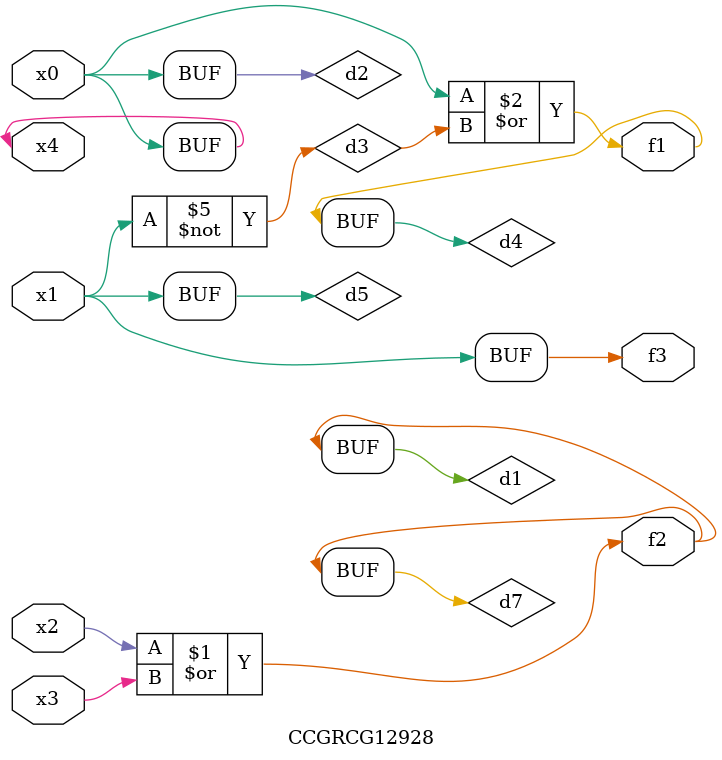
<source format=v>
module CCGRCG12928(
	input x0, x1, x2, x3, x4,
	output f1, f2, f3
);

	wire d1, d2, d3, d4, d5, d6, d7;

	or (d1, x2, x3);
	buf (d2, x0, x4);
	not (d3, x1);
	or (d4, d2, d3);
	not (d5, d3);
	nand (d6, d1, d3);
	or (d7, d1);
	assign f1 = d4;
	assign f2 = d7;
	assign f3 = d5;
endmodule

</source>
